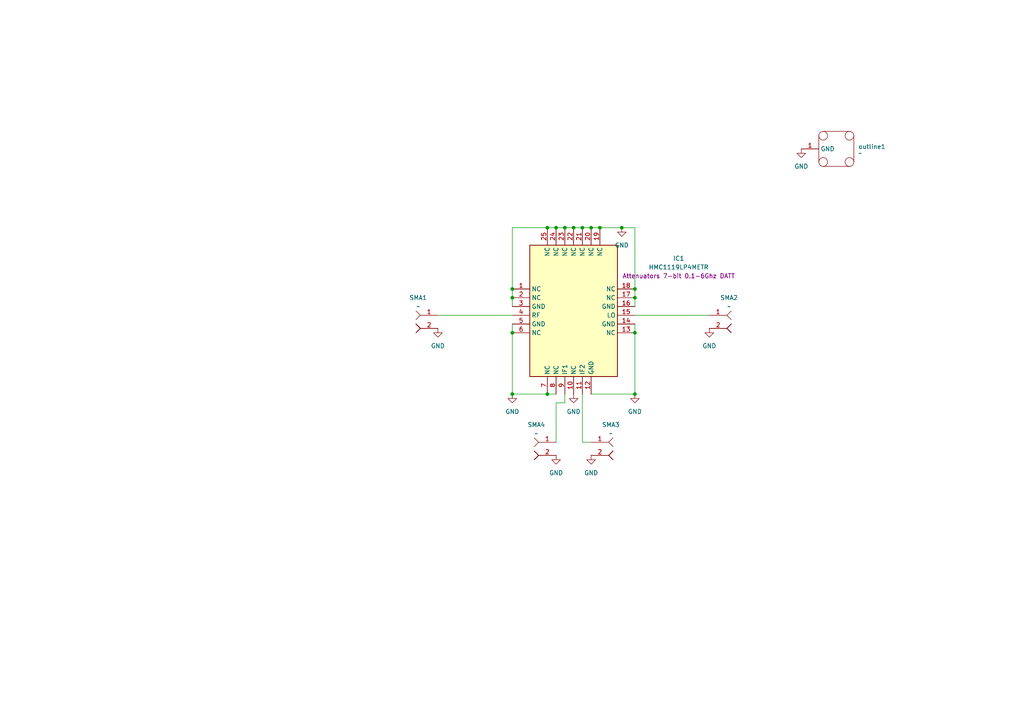
<source format=kicad_sch>
(kicad_sch (version 20231120) (generator "eeschema") (generator_version "8.0")
  (paper "A4")
  (lib_symbols
    (symbol "MUSIC_LAB:Mixer_HMC8193"
      (property "Reference" "IC" (at 17.526 -5.08 0))
      (property "Value" "HMC1119LP4METR" (at 8.128 27.178 0))
      (property "Description" "Attenuators 7-bit 0.1-6Ghz DATT" (at 4.064 32.766 0))
      (symbol "Mixer_HMC8193_1_1"
        (rectangle (start 5.08 12.7) (end 30.48 -25.4) (stroke (width 0.254)) (fill (type background)))
        (pin passive line (at 0 0 0) (length 5.08) (name "NC") (number "1"))
        (pin passive line (at 17.78 -30.48 90) (length 5.08) (name "NC") (number "10"))
        (pin passive line (at 20.32 -30.48 90) (length 5.08) (name "IF2") (number "11"))
        (pin passive line (at 22.86 -30.48 90) (length 5.08) (name "GND") (number "12"))
        (pin passive line (at 35.56 -12.7 180) (length 5.08) (name "NC") (number "13"))
        (pin passive line (at 35.56 -10.16 180) (length 5.08) (name "GND") (number "14"))
        (pin passive line (at 35.56 -7.62 180) (length 5.08) (name "LO") (number "15"))
        (pin passive line (at 35.56 -5.08 180) (length 5.08) (name "GND") (number "16"))
        (pin passive line (at 35.56 -2.54 180) (length 5.08) (name "NC") (number "17"))
        (pin passive line (at 35.56 0 180) (length 5.08) (name "NC") (number "18"))
        (pin passive line (at 25.4 17.78 270) (length 5.08) (name "NC") (number "19"))
        (pin passive line (at 0 -2.54 0) (length 5.08) (name "NC") (number "2"))
        (pin passive line (at 22.86 17.78 270) (length 5.08) (name "NC") (number "20"))
        (pin passive line (at 20.32 17.78 270) (length 5.08) (name "NC") (number "21"))
        (pin passive line (at 17.78 17.78 270) (length 5.08) (name "NC") (number "22"))
        (pin passive line (at 15.24 17.78 270) (length 5.08) (name "NC") (number "23"))
        (pin passive line (at 12.7 17.78 270) (length 5.08) (name "NC") (number "24"))
        (pin passive line (at 10.16 17.78 270) (length 5.08) (name "NC") (number "25"))
        (pin passive line (at 0 -5.08 0) (length 5.08) (name "GND") (number "3"))
        (pin passive line (at 0 -7.62 0) (length 5.08) (name "RF") (number "4"))
        (pin passive line (at 0 -10.16 0) (length 5.08) (name "GND") (number "5"))
        (pin passive line (at 0 -12.7 0) (length 5.08) (name "NC") (number "6"))
        (pin passive line (at 10.16 -30.48 90) (length 5.08) (name "NC") (number "7"))
        (pin passive line (at 12.7 -30.48 90) (length 5.08) (name "NC") (number "8"))
        (pin passive line (at 15.24 -30.48 90) (length 5.08) (name "IF1") (number "9"))
      )
    )
    (symbol "MUSIC_LAB:SMA"
      (property "Reference" "SMA" (at 1.27 -1.27 0))
      (symbol "SMA_0_1"
        (polyline (pts (xy -1.27 1.27) (xy -2.54 0)))
        (polyline (pts (xy -1.27 1.27) (xy -2.54 0)))
        (polyline (pts (xy -1.27 1.27) (xy -2.54 0)))
        (polyline (pts (xy -1.27 1.27) (xy -2.54 0)))
        (polyline (pts (xy -1.27 1.27) (xy -2.54 2.54)))
        (polyline (pts (xy -1.27 1.27) (xy -2.54 2.54)))
        (polyline (pts (xy -1.27 1.27) (xy -2.54 2.54)))
        (polyline (pts (xy -1.27 1.27) (xy -2.54 2.54)))
        (polyline (pts (xy -1.27 5.08) (xy -2.54 3.81)))
        (polyline (pts (xy -1.27 5.08) (xy -2.54 6.35)))
      )
      (symbol "SMA_1_1"
        (pin passive line (at 3.81 5.08 180) (length 5.08) (name "") (number "1"))
        (pin passive line (at 3.81 1.27 180) (length 5.08) (name "") (number "2"))
      )
    )
    (symbol "MUSIC_LAB:outline"
      (property "Reference" "outline" (at 0 6.35 0))
      (symbol "outline_0_1"
        (circle (center -3.81 -3.81) (radius 1.27))
        (circle (center -3.81 3.81) (radius 1.27))
        (polyline (pts (xy -5.08 3.81) (xy -5.08 -3.81)))
        (polyline (pts (xy -3.81 -5.08) (xy 3.81 -5.08)))
        (polyline (pts (xy 3.81 5.08) (xy -3.81 5.08)))
        (polyline (pts (xy 5.08 3.81) (xy 5.08 -3.81)))
        (circle (center 3.81 -3.81) (radius 1.27))
        (circle (center 3.81 3.81) (radius 1.27))
      )
      (symbol "outline_1_1"
        (pin free line (at -10.16 0 0) (length 5.08) (name "GND") (number "1"))
      )
    )
    (symbol "power:GND" (power) (pin_numbers hide) (pin_names (offset 0) hide)
      (property "Value" "GND" (at 0 -3.81 0))
      (symbol "GND_0_1"
        (polyline (pts (xy 0 0) (xy 0 -1.27) (xy 1.27 -1.27) (xy 0 -2.54) (xy -1.27 -1.27) (xy 0 -1.27)))
      )
      (symbol "GND_1_1"
        (pin power_in line (at 0 0 270) (length 0) (name "~") (number "1"))
      )
    )
  )
  (junction (at 158.75 66.04))
  (junction (at 148.59 96.52))
  (junction (at 184.15 86.36))
  (junction (at 184.15 96.52))
  (junction (at 161.29 66.04))
  (junction (at 163.83 66.04))
  (junction (at 173.99 66.04))
  (junction (at 168.91 66.04))
  (junction (at 148.59 86.36))
  (junction (at 184.15 83.82))
  (junction (at 148.59 83.82))
  (junction (at 180.34 66.04))
  (junction (at 158.75 114.3))
  (junction (at 166.37 66.04))
  (junction (at 171.45 66.04))
  (junction (at 184.15 114.3))
  (junction (at 148.59 114.3))
  (wire (pts (xy 148.59 83.82) (xy 148.59 66.04)))
  (wire (pts (xy 161.29 116.84) (xy 163.83 116.84)))
  (wire (pts (xy 180.34 66.04) (xy 184.15 66.04)))
  (wire (pts (xy 184.15 91.44) (xy 205.74 91.44)))
  (wire (pts (xy 161.29 66.04) (xy 163.83 66.04)))
  (wire (pts (xy 184.15 114.3) (xy 171.45 114.3)))
  (wire (pts (xy 173.99 66.04) (xy 180.34 66.04)))
  (wire (pts (xy 127 91.44) (xy 148.59 91.44)))
  (wire (pts (xy 148.59 114.3) (xy 148.59 96.52)))
  (wire (pts (xy 171.45 66.04) (xy 173.99 66.04)))
  (wire (pts (xy 148.59 93.98) (xy 148.59 96.52)))
  (wire (pts (xy 168.91 128.27) (xy 171.45 128.27)))
  (wire (pts (xy 158.75 66.04) (xy 161.29 66.04)))
  (wire (pts (xy 184.15 96.52) (xy 184.15 114.3)))
  (wire (pts (xy 148.59 66.04) (xy 158.75 66.04)))
  (wire (pts (xy 166.37 66.04) (xy 168.91 66.04)))
  (wire (pts (xy 184.15 83.82) (xy 184.15 86.36)))
  (wire (pts (xy 163.83 66.04) (xy 166.37 66.04)))
  (wire (pts (xy 161.29 128.27) (xy 161.29 116.84)))
  (wire (pts (xy 184.15 66.04) (xy 184.15 83.82)))
  (wire (pts (xy 184.15 86.36) (xy 184.15 88.9)))
  (wire (pts (xy 148.59 86.36) (xy 148.59 83.82)))
  (wire (pts (xy 168.91 66.04) (xy 171.45 66.04)))
  (wire (pts (xy 158.75 114.3) (xy 148.59 114.3)))
  (wire (pts (xy 163.83 116.84) (xy 163.83 114.3)))
  (wire (pts (xy 148.59 88.9) (xy 148.59 86.36)))
  (wire (pts (xy 168.91 114.3) (xy 168.91 128.27)))
  (wire (pts (xy 161.29 114.3) (xy 158.75 114.3)))
  (wire (pts (xy 184.15 93.98) (xy 184.15 96.52)))
  (symbol (lib_id "power:GND") (at 148.59 114.3 0) (unit 1)
    (property "Reference" "#PWR06" (effects (hide yes)))
    (property "Value" "GND" (at 148.59 119.38 0))
    (property "Description" "Power symbol creates a global label with name \"GND\" , ground" (effects (hide yes)))
  )
  (symbol (lib_id "power:GND") (at 232.41 43.18 0) (unit 1)
    (property "Reference" "#PWR02" (effects (hide yes)))
    (property "Value" "GND" (at 232.41 48.26 0))
    (property "Description" "Power symbol creates a global label with name \"GND\" , ground" (effects (hide yes)))
  )
  (symbol (lib_id "power:GND") (at 161.29 132.08 0) (unit 1)
    (property "Reference" "#PWR05" (effects (hide yes)))
    (property "Value" "GND" (at 161.29 137.16 0))
    (property "Description" "Power symbol creates a global label with name \"GND\" , ground" (effects (hide yes)))
  )
  (symbol (lib_id "power:GND") (at 184.15 114.3 0) (unit 1)
    (property "Reference" "#PWR07" (effects (hide yes)))
    (property "Value" "GND" (at 184.15 119.38 0))
    (property "Description" "Power symbol creates a global label with name \"GND\" , ground" (effects (hide yes)))
  )
  (symbol (lib_id "power:GND") (at 180.34 66.04 0) (unit 1)
    (property "Reference" "#PWR09" (effects (hide yes)))
    (property "Value" "GND" (at 180.34 71.12 0))
    (property "Description" "Power symbol creates a global label with name \"GND\" , ground" (effects (hide yes)))
  )
  (symbol (lib_id "MUSIC_LAB:SMA") (at 157.48 133.35 0) (unit 1)
    (property "Reference" "SMA4" (at 155.575 123.19 0))
    (property "Value" "~" (at 155.575 125.73 0))
    (property "Footprint" "MUSIC_Lab:SMA_Edge_step_NoSidemask" (effects (hide yes)))
  )
  (symbol (lib_id "power:GND") (at 205.74 95.25 0) (unit 1)
    (property "Reference" "#PWR03" (effects (hide yes)))
    (property "Value" "GND" (at 205.74 100.33 0))
    (property "Description" "Power symbol creates a global label with name \"GND\" , ground" (effects (hide yes)))
  )
  (symbol (lib_id "MUSIC_LAB:SMA") (at 123.19 96.52 0) (unit 1)
    (property "Reference" "SMA1" (at 121.285 86.36 0))
    (property "Value" "~" (at 121.285 88.9 0))
    (property "Footprint" "MUSIC_Lab:SMA_Edge_step_NoSidemask" (effects (hide yes)))
  )
  (symbol (lib_id "MUSIC_LAB:outline") (at 242.57 43.18 0) (unit 1)
    (property "Reference" "outline1" (at 248.92 42.5449 0) (effects (justify left)))
    (property "Value" "~" (at 248.92 44.45 0) (effects (justify left)))
    (property "Footprint" "MW:Outline_Attenuator_3x2" (effects (hide yes)))
  )
  (symbol (lib_id "MUSIC_LAB:SMA") (at 209.55 96.52 0) (mirror y) (unit 1)
    (property "Reference" "SMA2" (at 211.455 86.36 0))
    (property "Value" "~" (at 211.455 88.9 0))
    (property "Footprint" "MUSIC_Lab:SMA_Edge_step_NoSidemask" (effects (hide yes)))
  )
  (symbol (lib_id "MUSIC_LAB:Mixer_HMC8193") (at 148.59 83.82 0) (unit 1)
    (property "Reference" "IC1" (at 196.85 74.9614 0))
    (property "Value" "HMC1119LP4METR" (at 196.85 77.5014 0))
    (property "Footprint" "MUSIC_Lab:Mixer_HMC8193" (effects (hide yes)))
    (property "Datasheet" "https://www.arrow.com/en/products/hmc1119lp4metr/analog-devices" (effects (hide yes)))
    (property "Description" "Attenuators 7-bit 0.1-6Ghz DATT" (at 196.85 80.0414 0))
    (property "Height" "0.95" (effects (hide yes)))
    (property "Mouser Part Number" "584-HMC1119LP4METR" (effects (hide yes)))
    (property "Mouser Price/Stock" "https://www.mouser.co.uk/ProductDetail/Analog-Devices/HMC1119LP4METR?qs=yfIbTn1BQ2B6nfb9NW%2F%252BsA%3D%3D" (effects (hide yes)))
    (property "Manufacturer_Name" "Analog Devices" (effects (hide yes)))
    (property "Manufacturer_Part_Number" "HMC1119LP4METR" (effects (hide yes)))
  )
  (symbol (lib_id "MUSIC_LAB:SMA") (at 175.26 133.35 0) (mirror y) (unit 1)
    (property "Reference" "SMA3" (at 177.165 123.19 0))
    (property "Value" "~" (at 177.165 125.73 0))
    (property "Footprint" "MUSIC_Lab:SMA_Edge_step_NoSidemask" (effects (hide yes)))
  )
  (symbol (lib_id "power:GND") (at 127 95.25 0) (unit 1)
    (property "Reference" "#PWR01" (effects (hide yes)))
    (property "Value" "GND" (at 127 100.33 0))
    (property "Description" "Power symbol creates a global label with name \"GND\" , ground" (effects (hide yes)))
  )
  (symbol (lib_id "power:GND") (at 166.37 114.3 0) (unit 1)
    (property "Reference" "#PWR08" (effects (hide yes)))
    (property "Value" "GND" (at 166.37 119.38 0))
    (property "Description" "Power symbol creates a global label with name \"GND\" , ground" (effects (hide yes)))
  )
  (symbol (lib_id "power:GND") (at 171.45 132.08 0) (unit 1)
    (property "Reference" "#PWR04" (effects (hide yes)))
    (property "Value" "GND" (at 171.45 137.16 0))
    (property "Description" "Power symbol creates a global label with name \"GND\" , ground" (effects (hide yes)))
  )
)
</source>
